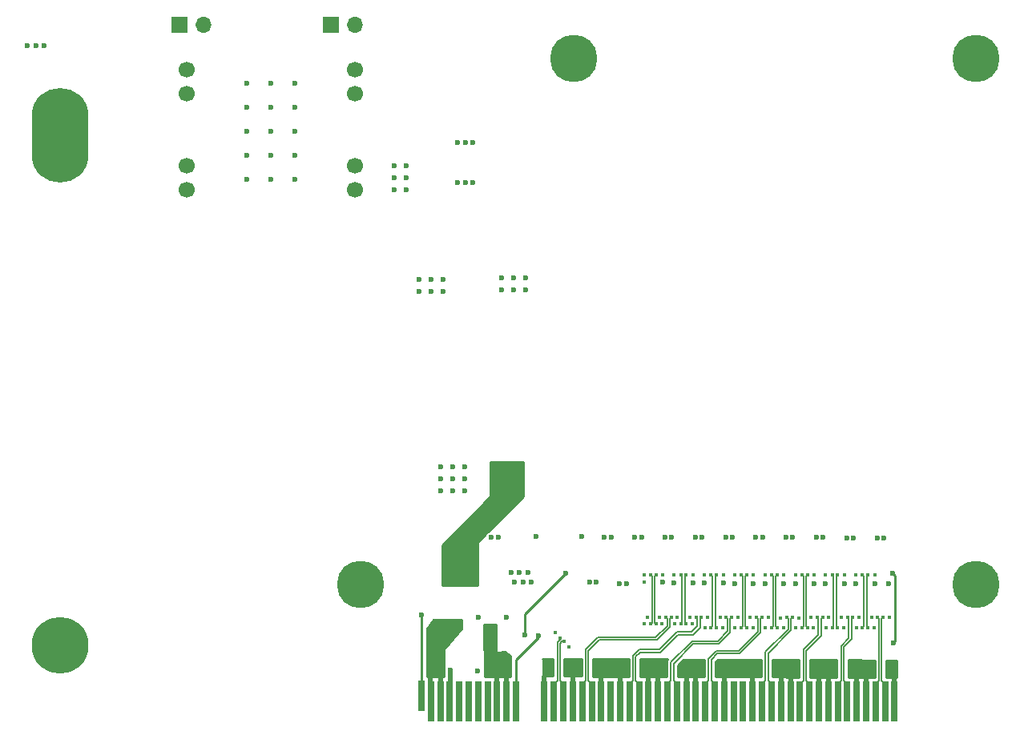
<source format=gbl>
%TF.GenerationSoftware,KiCad,Pcbnew,(5.1.9)-1*%
%TF.CreationDate,2021-07-12T14:13:14+08:00*%
%TF.ProjectId,V1,56312e6b-6963-4616-945f-706362585858,rev?*%
%TF.SameCoordinates,Original*%
%TF.FileFunction,Copper,L4,Bot*%
%TF.FilePolarity,Positive*%
%FSLAX46Y46*%
G04 Gerber Fmt 4.6, Leading zero omitted, Abs format (unit mm)*
G04 Created by KiCad (PCBNEW (5.1.9)-1) date 2021-07-12 14:13:14*
%MOMM*%
%LPD*%
G01*
G04 APERTURE LIST*
%TA.AperFunction,ConnectorPad*%
%ADD10R,0.700000X4.300000*%
%TD*%
%TA.AperFunction,ConnectorPad*%
%ADD11R,0.700000X3.200000*%
%TD*%
%TA.AperFunction,ComponentPad*%
%ADD12O,6.000000X10.000000*%
%TD*%
%TA.AperFunction,ComponentPad*%
%ADD13C,6.000000*%
%TD*%
%TA.AperFunction,ComponentPad*%
%ADD14C,5.000000*%
%TD*%
%TA.AperFunction,ComponentPad*%
%ADD15R,1.700000X1.700000*%
%TD*%
%TA.AperFunction,ComponentPad*%
%ADD16O,1.700000X1.700000*%
%TD*%
%TA.AperFunction,ComponentPad*%
%ADD17C,1.700000*%
%TD*%
%TA.AperFunction,ViaPad*%
%ADD18C,0.600000*%
%TD*%
%TA.AperFunction,ViaPad*%
%ADD19C,0.450000*%
%TD*%
%TA.AperFunction,ViaPad*%
%ADD20C,0.800000*%
%TD*%
%TA.AperFunction,Conductor*%
%ADD21C,0.500000*%
%TD*%
%TA.AperFunction,Conductor*%
%ADD22C,0.254000*%
%TD*%
%TA.AperFunction,Conductor*%
%ADD23C,0.153670*%
%TD*%
%TA.AperFunction,Conductor*%
%ADD24C,0.100000*%
%TD*%
G04 APERTURE END LIST*
D10*
X183650000Y-130550000D03*
X182650000Y-130550000D03*
X181650000Y-130550000D03*
X180650000Y-130550000D03*
X179650000Y-130550000D03*
X178650000Y-130550000D03*
X177650000Y-130550000D03*
X176650000Y-130550000D03*
X147650000Y-130550000D03*
X146650000Y-130550000D03*
X152650000Y-130550000D03*
X151650000Y-130550000D03*
X150650000Y-130550000D03*
X149650000Y-130550000D03*
X148650000Y-130550000D03*
X143650000Y-130550000D03*
X142650000Y-130550000D03*
X141650000Y-130550000D03*
X140650000Y-130550000D03*
X139650000Y-130550000D03*
X138650000Y-130550000D03*
X137650000Y-130550000D03*
X136650000Y-130550000D03*
X135650000Y-130550000D03*
X134650000Y-130550000D03*
D11*
X133650000Y-130000000D03*
D10*
X153650000Y-130550000D03*
X154650000Y-130550000D03*
X155650000Y-130550000D03*
X156650000Y-130550000D03*
X157650000Y-130550000D03*
X158650000Y-130550000D03*
X159650000Y-130550000D03*
X160650000Y-130550000D03*
X161650000Y-130550000D03*
X162650000Y-130550000D03*
X163650000Y-130550000D03*
X164650000Y-130550000D03*
X165650000Y-130550000D03*
X166650000Y-130550000D03*
X167650000Y-130550000D03*
X168650000Y-130550000D03*
X169650000Y-130550000D03*
X170650000Y-130550000D03*
X171650000Y-130550000D03*
X172650000Y-130550000D03*
X173650000Y-130550000D03*
X174650000Y-130550000D03*
X175650000Y-130550000D03*
D12*
X95500000Y-70739000D03*
D13*
X95500000Y-124650001D03*
D14*
X192250000Y-118220000D03*
X192250000Y-62620000D03*
X149750000Y-62620000D03*
X127250000Y-118220000D03*
D15*
X124130000Y-59080000D03*
D16*
X126670000Y-59080000D03*
D15*
X108130000Y-59080000D03*
D16*
X110670000Y-59080000D03*
D17*
X126598000Y-76454000D03*
X126598000Y-73914000D03*
X126598000Y-63754000D03*
X126598000Y-66294000D03*
X108818000Y-66294000D03*
X108818000Y-63754000D03*
X108818000Y-76454000D03*
X108818000Y-73914000D03*
D18*
X136984000Y-105796000D03*
X136984000Y-107026000D03*
X135714000Y-108296000D03*
X136984000Y-108296000D03*
X138254000Y-108296000D03*
X138254000Y-105796000D03*
X135714000Y-105796000D03*
X135714000Y-107026000D03*
X138254000Y-107026000D03*
X134716000Y-87274000D03*
X135986000Y-86004000D03*
X134716000Y-86004000D03*
X133446000Y-86004000D03*
X133446000Y-87274000D03*
X135986000Y-87274000D03*
X135960000Y-122560000D03*
X136400000Y-123650000D03*
X135250000Y-123650000D03*
X135630000Y-124770000D03*
X134580000Y-124770000D03*
X134600000Y-125560000D03*
X134630000Y-127300000D03*
X134610000Y-126430000D03*
X135620000Y-125930000D03*
X135630000Y-126800000D03*
X135650000Y-127670000D03*
X137150000Y-122590000D03*
D19*
X183560000Y-127520000D03*
X183560000Y-126640000D03*
D18*
X153000000Y-113250000D03*
X153700000Y-113250000D03*
X154600000Y-118150000D03*
X155300000Y-118150000D03*
X151400000Y-118000000D03*
X152100000Y-118000000D03*
X179560000Y-118110000D03*
X181540000Y-118110000D03*
X159140000Y-118010000D03*
X160360000Y-118060000D03*
X162340000Y-118060000D03*
X163560000Y-118060000D03*
X165540000Y-118060000D03*
X166760000Y-118110000D03*
X168740000Y-118110000D03*
X169960000Y-118110000D03*
X171940000Y-118110000D03*
X173160000Y-118110000D03*
X175140000Y-118110000D03*
X176360000Y-118110000D03*
X178340000Y-118110000D03*
D19*
X147800000Y-123300000D03*
X149200000Y-124800000D03*
D18*
X137500000Y-75700000D03*
X138300000Y-75700000D03*
X137500000Y-71500000D03*
X138300000Y-71500000D03*
X93800000Y-61200000D03*
X92900000Y-61200000D03*
D19*
X157500000Y-121730000D03*
X181160000Y-127520000D03*
X181160000Y-126640000D03*
X167140000Y-127550000D03*
X167140000Y-126670000D03*
X147030000Y-127600000D03*
X147030000Y-126720000D03*
X160700000Y-121730000D03*
X160400000Y-122400000D03*
X162300000Y-122400000D03*
X162000000Y-121730000D03*
X163900000Y-121730000D03*
X163600000Y-122780000D03*
X165500000Y-122780000D03*
X165200000Y-121730000D03*
X167100000Y-121730000D03*
X166800000Y-122770000D03*
X168700000Y-122770000D03*
X168400000Y-121720000D03*
X170300000Y-121720000D03*
X170000000Y-122760000D03*
X171900000Y-122760000D03*
X171600000Y-121740000D03*
X173500000Y-121740000D03*
X173200000Y-122770000D03*
X175100000Y-122770000D03*
X174800000Y-121730000D03*
X176700000Y-121730000D03*
X176400000Y-122790000D03*
X178300000Y-122790000D03*
X178000000Y-121730000D03*
X179900000Y-121730000D03*
X179600000Y-122770000D03*
X181500000Y-122770000D03*
X181200000Y-121730000D03*
X183100000Y-121730000D03*
X157160000Y-117210000D03*
X159140000Y-117210000D03*
X160360000Y-117220000D03*
X162340000Y-117220000D03*
X163560000Y-117210000D03*
X165540000Y-117210000D03*
X166760000Y-117210000D03*
X168740000Y-117210000D03*
X169960000Y-117220000D03*
X171940000Y-117220000D03*
X173160000Y-117220000D03*
X175140000Y-117220000D03*
X176360000Y-117190000D03*
X178340000Y-117190000D03*
X179560000Y-117210000D03*
X181540000Y-117210000D03*
X159100000Y-122400000D03*
X177150000Y-127490000D03*
X177150000Y-126610000D03*
X179180000Y-126630000D03*
X179190000Y-127480000D03*
X173140000Y-127510000D03*
X175170000Y-126650000D03*
X175180000Y-127500000D03*
X173140000Y-126630000D03*
X169130000Y-127550000D03*
X171160000Y-126690000D03*
X171170000Y-127540000D03*
X169130000Y-126670000D03*
X163140000Y-127560000D03*
X165170000Y-126700000D03*
X165180000Y-127550000D03*
X163140000Y-126680000D03*
X159140000Y-127570000D03*
X161170000Y-126710000D03*
X161180000Y-127560000D03*
X159140000Y-126690000D03*
X155140000Y-127570000D03*
X157170000Y-126710000D03*
X157180000Y-127560000D03*
X155140000Y-126690000D03*
X150140000Y-127600000D03*
X152170000Y-126740000D03*
X152180000Y-127590000D03*
X150140000Y-126720000D03*
D18*
X115228000Y-65240000D03*
X117768000Y-65240000D03*
X120308000Y-65240000D03*
X115228000Y-67780000D03*
X117768000Y-67780000D03*
X120308000Y-67780000D03*
X115228000Y-70320000D03*
X117768000Y-70320000D03*
X120308000Y-70320000D03*
X115228000Y-72860000D03*
X117768000Y-72860000D03*
X120308000Y-72860000D03*
X115228000Y-75400000D03*
X117768000Y-75400000D03*
X120308000Y-75400000D03*
D19*
X157160000Y-122400000D03*
X158800000Y-121730000D03*
D18*
X92000000Y-61200000D03*
X139100000Y-71500000D03*
X139100000Y-75700000D03*
X136700000Y-127300000D03*
X139600000Y-127400000D03*
X139700000Y-121700000D03*
X142600000Y-121700000D03*
X141000000Y-113200000D03*
X141800000Y-113200000D03*
X145800000Y-113100000D03*
X150600000Y-113100000D03*
X156200000Y-113200000D03*
X156900000Y-113200000D03*
X159400000Y-113200000D03*
X160100000Y-113200000D03*
X162600000Y-113200000D03*
X163300000Y-113200000D03*
X165800000Y-113200000D03*
X166500000Y-113200000D03*
X169000000Y-113200000D03*
X169700000Y-113200000D03*
X172200000Y-113200000D03*
X172900000Y-113200000D03*
X176100000Y-113200000D03*
X175400000Y-113200000D03*
X178600000Y-113300000D03*
X179300000Y-113300000D03*
X181800000Y-113300000D03*
X182500000Y-113300000D03*
X183050000Y-118150000D03*
D19*
X157160000Y-118010000D03*
D18*
X144010000Y-116930000D03*
X145250000Y-117970000D03*
X143510000Y-117940000D03*
X144380000Y-117950000D03*
X144880000Y-116950000D03*
X140920000Y-122840000D03*
X140920000Y-123750000D03*
X140930000Y-124630000D03*
X140620000Y-125540000D03*
X140630000Y-126410000D03*
X141650000Y-126780000D03*
X141670000Y-127650000D03*
X140650000Y-127280000D03*
X141640000Y-125910000D03*
X143140000Y-116920000D03*
X144570152Y-123570152D03*
X148900000Y-117000000D03*
X146000000Y-123600000D03*
D19*
X148694001Y-124264001D03*
X148285999Y-123855999D03*
X168038500Y-117210000D03*
X168038500Y-122770000D03*
X167461500Y-117210000D03*
X167461500Y-122770000D03*
X164838500Y-117210000D03*
X164838500Y-122770000D03*
X164261500Y-117210000D03*
X164261500Y-122770000D03*
X161638500Y-117220000D03*
X161638500Y-122400000D03*
X161061500Y-117220000D03*
X161061500Y-122400000D03*
X157861500Y-122400000D03*
X157861500Y-117210000D03*
X158438500Y-122400000D03*
X158438500Y-117210000D03*
X169638500Y-121719647D03*
X169061500Y-121719647D03*
X166438500Y-121732508D03*
X165861500Y-121732508D03*
X163238500Y-121732766D03*
X162661500Y-121732766D03*
X159461500Y-121733502D03*
X160038500Y-121733502D03*
D18*
X183500000Y-124400000D03*
X183400000Y-117000000D03*
X133700000Y-121400000D03*
X141414000Y-105696000D03*
X142684000Y-105696000D03*
X143954000Y-105696000D03*
X142684000Y-106926000D03*
X141414000Y-108196000D03*
X142684000Y-108196000D03*
X143954000Y-108196000D03*
X143954000Y-106926000D03*
X141414000Y-106926000D03*
D20*
X136205000Y-117750000D03*
X139205000Y-117750000D03*
X138205000Y-117750000D03*
X137205000Y-117750000D03*
D18*
X142114000Y-85826000D03*
X143384000Y-85826000D03*
X142114000Y-87096000D03*
X143384000Y-87096000D03*
X144654000Y-85826000D03*
X144654000Y-87096000D03*
X130789000Y-73914000D03*
X132059000Y-73914000D03*
X130789000Y-75184000D03*
X132059000Y-75184000D03*
X130789000Y-76454000D03*
X132059000Y-76454000D03*
D19*
X182438500Y-121733502D03*
X181861500Y-121733502D03*
X179238500Y-121731922D03*
X178661500Y-121731922D03*
X170661500Y-117220000D03*
X170661500Y-122760000D03*
X171238500Y-117220000D03*
X171238500Y-122760000D03*
X173861500Y-117220000D03*
X173861500Y-122770000D03*
X174438500Y-117220000D03*
X174438500Y-122770000D03*
X177061500Y-117190000D03*
X177061500Y-122780000D03*
X177638500Y-117190000D03*
X177638500Y-122780000D03*
X180261500Y-117210000D03*
X180261500Y-122770000D03*
X180838500Y-117210000D03*
X180838500Y-122770000D03*
X172261500Y-121733013D03*
X172838500Y-121733013D03*
X175461500Y-121730046D03*
X176038500Y-121730046D03*
D21*
X135650000Y-127670000D02*
X135650000Y-130550000D01*
X134630000Y-130530000D02*
X134650000Y-130550000D01*
X134630000Y-127300000D02*
X134630000Y-130530000D01*
X183650000Y-127625000D02*
X183650000Y-130550000D01*
X136700000Y-130500000D02*
X136650000Y-130550000D01*
X136700000Y-127300000D02*
X136700000Y-130500000D01*
X146650000Y-127980000D02*
X147030000Y-127600000D01*
X146650000Y-130550000D02*
X146650000Y-127980000D01*
X149650000Y-130550000D02*
X149650000Y-127750000D01*
X152650000Y-130550000D02*
X152650000Y-127650000D01*
X154650000Y-130550000D02*
X154650000Y-127750000D01*
X157650000Y-130550000D02*
X157650000Y-127750000D01*
X158650000Y-130550000D02*
X158650000Y-127550000D01*
X161650000Y-130550000D02*
X161650000Y-127350000D01*
X162650000Y-130550000D02*
X162650000Y-127550000D01*
X165650000Y-130550000D02*
X165650000Y-127450000D01*
X168650000Y-130550000D02*
X168650000Y-127850000D01*
X171650000Y-130550000D02*
X171650000Y-127650000D01*
X172650000Y-130550000D02*
X172650000Y-127850000D01*
X175650000Y-130550000D02*
X175650000Y-127650000D01*
X176650000Y-130550000D02*
X176650000Y-127850000D01*
X179650000Y-130550000D02*
X179650000Y-127850000D01*
X180650000Y-130550000D02*
X180650000Y-127750000D01*
X141650000Y-127670000D02*
X141670000Y-127650000D01*
X141650000Y-130550000D02*
X141650000Y-127670000D01*
X142650000Y-130550000D02*
X142650000Y-127450000D01*
X141980000Y-126780000D02*
X141650000Y-126780000D01*
X142650000Y-127450000D02*
X141980000Y-126780000D01*
D22*
X144620152Y-123520152D02*
X144570152Y-123570152D01*
X144570152Y-121329848D02*
X144570152Y-123570152D01*
X148900000Y-117000000D02*
X144570152Y-121329848D01*
X146000000Y-123812917D02*
X146000000Y-123600000D01*
X143650000Y-126162917D02*
X146000000Y-123812917D01*
X143650000Y-130550000D02*
X143650000Y-126162917D01*
D23*
X148650000Y-128750000D02*
X148650000Y-130550000D01*
X148290335Y-128390335D02*
X148650000Y-128750000D01*
X148290335Y-124458129D02*
X148290335Y-128390335D01*
X148484463Y-124264001D02*
X148290335Y-124458129D01*
X148694001Y-124264001D02*
X148484463Y-124264001D01*
X147650000Y-128750000D02*
X147650000Y-130550000D01*
X148009665Y-128390335D02*
X147650000Y-128750000D01*
X148009665Y-124341871D02*
X148009665Y-128390335D01*
X148285999Y-124065537D02*
X148009665Y-124341871D01*
X148285999Y-123855999D02*
X148285999Y-124065537D01*
X167890335Y-122621835D02*
X168038500Y-122770000D01*
X167890335Y-117358165D02*
X167890335Y-122621835D01*
X168038500Y-117210000D02*
X167890335Y-117358165D01*
X167609665Y-122621835D02*
X167461500Y-122770000D01*
X167609665Y-117358165D02*
X167609665Y-122621835D01*
X167461500Y-117210000D02*
X167609665Y-117358165D01*
X164690335Y-122621835D02*
X164838500Y-122770000D01*
X164690335Y-117358165D02*
X164690335Y-122621835D01*
X164838500Y-117210000D02*
X164690335Y-117358165D01*
X164409665Y-122621835D02*
X164261500Y-122770000D01*
X164409665Y-117358165D02*
X164409665Y-122621835D01*
X164261500Y-117210000D02*
X164409665Y-117358165D01*
X161638500Y-117220000D02*
X161490335Y-117368165D01*
X161490335Y-117368165D02*
X161490335Y-122251835D01*
X161490335Y-122251835D02*
X161638500Y-122400000D01*
X161209665Y-122251835D02*
X161061500Y-122400000D01*
X161209665Y-117368165D02*
X161209665Y-122251835D01*
X161061500Y-117220000D02*
X161209665Y-117368165D01*
X158009665Y-122251835D02*
X157861500Y-122400000D01*
X158009665Y-117358165D02*
X158009665Y-122251835D01*
X157861500Y-117210000D02*
X158009665Y-117358165D01*
X158290335Y-122251835D02*
X158438500Y-122400000D01*
X158438500Y-117210000D02*
X158290335Y-117358165D01*
X158290335Y-117358165D02*
X158290335Y-122251835D01*
X164650000Y-128750000D02*
X164650000Y-130550000D01*
X164290335Y-128390335D02*
X164650000Y-128750000D01*
X164290335Y-126188129D02*
X164290335Y-128390335D01*
X164938129Y-125540335D02*
X164290335Y-126188129D01*
X167268129Y-125540335D02*
X164938129Y-125540335D01*
X169490335Y-121867812D02*
X169490335Y-123318129D01*
X169638500Y-121719647D02*
X169490335Y-121867812D01*
X169490335Y-123318129D02*
X167268129Y-125540335D01*
X164821871Y-125259665D02*
X164009665Y-126071871D01*
X164009665Y-126071871D02*
X164009665Y-128390335D01*
X169209665Y-121867812D02*
X169209665Y-123201871D01*
X169209665Y-123201871D02*
X167151871Y-125259665D01*
X167151871Y-125259665D02*
X164821871Y-125259665D01*
X163650000Y-128750000D02*
X163650000Y-130550000D01*
X164009665Y-128390335D02*
X163650000Y-128750000D01*
X169061500Y-121719647D02*
X169209665Y-121867812D01*
X160650000Y-128750000D02*
X160650000Y-130550000D01*
X160290335Y-128390335D02*
X160650000Y-128750000D01*
X160290335Y-126568129D02*
X160290335Y-128390335D01*
X166438500Y-121732508D02*
X166290335Y-121880673D01*
X166290335Y-121880673D02*
X166290335Y-123268129D01*
X166290335Y-123268129D02*
X165068129Y-124490335D01*
X165068129Y-124490335D02*
X162368129Y-124490335D01*
X162368129Y-124490335D02*
X160290335Y-126568129D01*
X159650000Y-128750000D02*
X159650000Y-130550000D01*
X165861500Y-121732508D02*
X166009665Y-121880673D01*
X166009665Y-121880673D02*
X166009665Y-123151871D01*
X166009665Y-123151871D02*
X164951871Y-124209665D01*
X162251871Y-124209665D02*
X160009665Y-126451871D01*
X164951871Y-124209665D02*
X162251871Y-124209665D01*
X160009665Y-126451871D02*
X160009665Y-128390335D01*
X160009665Y-128390335D02*
X159650000Y-128750000D01*
X156290335Y-128390335D02*
X156650000Y-128750000D01*
X156290335Y-125868129D02*
X156290335Y-128390335D01*
X156768129Y-125390335D02*
X156290335Y-125868129D01*
X158888129Y-125390335D02*
X156768129Y-125390335D01*
X160748129Y-123530335D02*
X158888129Y-125390335D01*
X162318129Y-123530335D02*
X160748129Y-123530335D01*
X156650000Y-128750000D02*
X156650000Y-130550000D01*
X163238500Y-121732766D02*
X163090335Y-121880931D01*
X163090335Y-121880931D02*
X163090335Y-122758129D01*
X163090335Y-122758129D02*
X162318129Y-123530335D01*
X162661500Y-121732766D02*
X162809665Y-121880931D01*
X162809665Y-122641871D02*
X162201871Y-123249665D01*
X162809665Y-121880931D02*
X162809665Y-122641871D01*
X162201871Y-123249665D02*
X160631871Y-123249665D01*
X160631871Y-123249665D02*
X158771871Y-125109665D01*
X158771871Y-125109665D02*
X156651871Y-125109665D01*
X156009665Y-128390335D02*
X155650000Y-128750000D01*
X156651871Y-125109665D02*
X156009665Y-125751871D01*
X156009665Y-125751871D02*
X156009665Y-128390335D01*
X155650000Y-128750000D02*
X155650000Y-130550000D01*
X159461500Y-121733502D02*
X159609665Y-121881667D01*
X159609665Y-121881667D02*
X159609665Y-122601871D01*
X159609665Y-122601871D02*
X158411871Y-123799665D01*
X150650000Y-128750000D02*
X151009665Y-128390335D01*
X150650000Y-130550000D02*
X150650000Y-128750000D01*
X151009665Y-128390335D02*
X151009665Y-125091871D01*
X152301871Y-123799665D02*
X158411871Y-123799665D01*
X151009665Y-125091871D02*
X152301871Y-123799665D01*
X160038500Y-121733502D02*
X159890335Y-121881667D01*
X159890335Y-121881667D02*
X159890335Y-122718129D01*
X159890335Y-122718129D02*
X158528129Y-124080335D01*
X151650000Y-128750000D02*
X151290335Y-128390335D01*
X151650000Y-130550000D02*
X151650000Y-128750000D01*
X151290335Y-128390335D02*
X151290335Y-125208129D01*
X152418129Y-124080335D02*
X158528129Y-124080335D01*
X151290335Y-125208129D02*
X152418129Y-124080335D01*
D22*
X183400000Y-117000000D02*
X183699999Y-117299999D01*
X183699999Y-117299999D02*
X183699999Y-124200001D01*
X183699999Y-124200001D02*
X183500000Y-124400000D01*
X133650000Y-121450000D02*
X133700000Y-121400000D01*
X133650000Y-130000000D02*
X133650000Y-121450000D01*
D23*
X182290335Y-128390335D02*
X182650000Y-128750000D01*
X182290335Y-121881667D02*
X182290335Y-128390335D01*
X182438500Y-121733502D02*
X182290335Y-121881667D01*
X182650000Y-128750000D02*
X182650000Y-130550000D01*
X181650000Y-128750000D02*
X181650000Y-130550000D01*
X182009665Y-128390335D02*
X181650000Y-128750000D01*
X181861500Y-121733502D02*
X182009665Y-121881667D01*
X182009665Y-121881667D02*
X182009665Y-128390335D01*
X178650000Y-128750000D02*
X178650000Y-130550000D01*
X178290335Y-128390335D02*
X178650000Y-128750000D01*
X178290335Y-124818129D02*
X178290335Y-128390335D01*
X179238500Y-121731922D02*
X179090335Y-121880087D01*
X179090335Y-121880087D02*
X179090335Y-124018129D01*
X179090335Y-124018129D02*
X178290335Y-124818129D01*
X178009665Y-128390335D02*
X177650000Y-128750000D01*
X177650000Y-128750000D02*
X177650000Y-130550000D01*
X178009665Y-124701871D02*
X178009665Y-128390335D01*
X178809665Y-123901871D02*
X178009665Y-124701871D01*
X178809665Y-121880087D02*
X178809665Y-123901871D01*
X178661500Y-121731922D02*
X178809665Y-121880087D01*
X170809665Y-117368165D02*
X170809665Y-122611835D01*
X170661500Y-117220000D02*
X170809665Y-117368165D01*
X170809665Y-122611835D02*
X170661500Y-122760000D01*
X171090335Y-122611835D02*
X171238500Y-122760000D01*
X171238500Y-117220000D02*
X171090335Y-117368165D01*
X171090335Y-117368165D02*
X171090335Y-122611835D01*
X174009665Y-117368165D02*
X174009665Y-122621835D01*
X173861500Y-117220000D02*
X174009665Y-117368165D01*
X174009665Y-122621835D02*
X173861500Y-122770000D01*
X174290335Y-122621835D02*
X174438500Y-122770000D01*
X174290335Y-117368165D02*
X174290335Y-122621835D01*
X174438500Y-117220000D02*
X174290335Y-117368165D01*
X177209665Y-122631835D02*
X177061500Y-122780000D01*
X177209665Y-117338165D02*
X177209665Y-122631835D01*
X177061500Y-117190000D02*
X177209665Y-117338165D01*
X177490335Y-122631835D02*
X177638500Y-122780000D01*
X177490335Y-117338165D02*
X177490335Y-122631835D01*
X177638500Y-117190000D02*
X177490335Y-117338165D01*
X180409665Y-122621835D02*
X180261500Y-122770000D01*
X180409665Y-117358165D02*
X180409665Y-122621835D01*
X180261500Y-117210000D02*
X180409665Y-117358165D01*
X180690335Y-122621835D02*
X180838500Y-122770000D01*
X180690335Y-117358165D02*
X180690335Y-122621835D01*
X180838500Y-117210000D02*
X180690335Y-117358165D01*
X170009665Y-128390335D02*
X169650000Y-128750000D01*
X170009665Y-125371871D02*
X170009665Y-128390335D01*
X172409665Y-121881178D02*
X172409665Y-122971871D01*
X169650000Y-128750000D02*
X169650000Y-130550000D01*
X172261500Y-121733013D02*
X172409665Y-121881178D01*
X172409665Y-122971871D02*
X170009665Y-125371871D01*
X170650000Y-128750000D02*
X170650000Y-130550000D01*
X170290335Y-125488129D02*
X170290335Y-128390335D01*
X172838500Y-121733013D02*
X172690335Y-121881178D01*
X170290335Y-128390335D02*
X170650000Y-128750000D01*
X172690335Y-121881178D02*
X172690335Y-123088129D01*
X172690335Y-123088129D02*
X170290335Y-125488129D01*
X173650000Y-128750000D02*
X173650000Y-130550000D01*
X174009665Y-128390335D02*
X173650000Y-128750000D01*
X174009665Y-125121871D02*
X174009665Y-128390335D01*
X175609665Y-123521871D02*
X174009665Y-125121871D01*
X175609665Y-121878211D02*
X175609665Y-123521871D01*
X175461500Y-121730046D02*
X175609665Y-121878211D01*
X175890335Y-123638129D02*
X174290335Y-125238129D01*
X176038500Y-121730046D02*
X175890335Y-121878211D01*
X175890335Y-121878211D02*
X175890335Y-123638129D01*
X174650000Y-128750000D02*
X174650000Y-130550000D01*
X174290335Y-128390335D02*
X174650000Y-128750000D01*
X174290335Y-125238129D02*
X174290335Y-128390335D01*
D22*
X183869000Y-126232770D02*
X183869000Y-128045787D01*
X183135282Y-128042894D01*
X183074689Y-128024513D01*
X183000000Y-128017157D01*
X182748170Y-128017157D01*
X182748170Y-126228350D01*
X183869000Y-126232770D01*
%TA.AperFunction,Conductor*%
D24*
G36*
X183869000Y-126232770D02*
G01*
X183869000Y-128045787D01*
X183135282Y-128042894D01*
X183074689Y-128024513D01*
X183000000Y-128017157D01*
X182748170Y-128017157D01*
X182748170Y-126228350D01*
X183869000Y-126232770D01*
G37*
%TD.AperFunction*%
D22*
X181551831Y-126223632D02*
X181551831Y-128017157D01*
X181300000Y-128017157D01*
X181225311Y-128024513D01*
X181190008Y-128035222D01*
X179082594Y-128026911D01*
X179074689Y-128024513D01*
X179000000Y-128017157D01*
X178748170Y-128017157D01*
X178748170Y-126212575D01*
X181551831Y-126223632D01*
%TA.AperFunction,Conductor*%
D24*
G36*
X181551831Y-126223632D02*
G01*
X181551831Y-128017157D01*
X181300000Y-128017157D01*
X181225311Y-128024513D01*
X181190008Y-128035222D01*
X179082594Y-128026911D01*
X179074689Y-128024513D01*
X179000000Y-128017157D01*
X178748170Y-128017157D01*
X178748170Y-126212575D01*
X181551831Y-126223632D01*
G37*
%TD.AperFunction*%
D22*
X177551830Y-126207857D02*
X177551831Y-128017157D01*
X177300000Y-128017157D01*
X177273410Y-128019776D01*
X174748170Y-128009817D01*
X174748170Y-126196799D01*
X177551830Y-126207857D01*
%TA.AperFunction,Conductor*%
D24*
G36*
X177551830Y-126207857D02*
G01*
X177551831Y-128017157D01*
X177300000Y-128017157D01*
X177273410Y-128019776D01*
X174748170Y-128009817D01*
X174748170Y-126196799D01*
X177551830Y-126207857D01*
G37*
%TD.AperFunction*%
D22*
X173551830Y-126192081D02*
X173551831Y-128005099D01*
X170748170Y-127994042D01*
X170748170Y-126181024D01*
X173551830Y-126192081D01*
%TA.AperFunction,Conductor*%
D24*
G36*
X173551830Y-126192081D02*
G01*
X173551831Y-128005099D01*
X170748170Y-127994042D01*
X170748170Y-126181024D01*
X173551830Y-126192081D01*
G37*
%TD.AperFunction*%
D22*
X169551830Y-126176306D02*
X169551831Y-127989323D01*
X164748170Y-127970379D01*
X164748170Y-126377770D01*
X164967713Y-126158227D01*
X169551830Y-126176306D01*
%TA.AperFunction,Conductor*%
D24*
G36*
X169551830Y-126176306D02*
G01*
X169551831Y-127989323D01*
X164748170Y-127970379D01*
X164748170Y-126377770D01*
X164967713Y-126158227D01*
X169551830Y-126176306D01*
G37*
%TD.AperFunction*%
D22*
X163551830Y-126152643D02*
X163551831Y-127965661D01*
X160748170Y-127954604D01*
X160748170Y-126757770D01*
X161361933Y-126144007D01*
X163551830Y-126152643D01*
%TA.AperFunction,Conductor*%
D24*
G36*
X163551830Y-126152643D02*
G01*
X163551831Y-127965661D01*
X160748170Y-127954604D01*
X160748170Y-126757770D01*
X161361933Y-126144007D01*
X163551830Y-126152643D01*
G37*
%TD.AperFunction*%
D22*
X159675507Y-126137356D02*
X159670027Y-126144033D01*
X159670025Y-126144035D01*
X159651343Y-126166799D01*
X159627147Y-126196282D01*
X159598089Y-126250646D01*
X159584634Y-126275818D01*
X159562382Y-126349176D01*
X159558455Y-126362121D01*
X159551830Y-126429383D01*
X159551830Y-126429390D01*
X159549616Y-126451871D01*
X159551830Y-126474352D01*
X159551831Y-127949886D01*
X156748170Y-127938828D01*
X156748170Y-126125811D01*
X159675507Y-126137356D01*
%TA.AperFunction,Conductor*%
D24*
G36*
X159675507Y-126137356D02*
G01*
X159670027Y-126144033D01*
X159670025Y-126144035D01*
X159651343Y-126166799D01*
X159627147Y-126196282D01*
X159598089Y-126250646D01*
X159584634Y-126275818D01*
X159562382Y-126349176D01*
X159558455Y-126362121D01*
X159551830Y-126429383D01*
X159551830Y-126429390D01*
X159549616Y-126451871D01*
X159551830Y-126474352D01*
X159551831Y-127949886D01*
X156748170Y-127938828D01*
X156748170Y-126125811D01*
X159675507Y-126137356D01*
G37*
%TD.AperFunction*%
D22*
X155551830Y-126121093D02*
X155551831Y-127934110D01*
X151748170Y-127919109D01*
X151748170Y-126106092D01*
X155551830Y-126121093D01*
%TA.AperFunction,Conductor*%
D24*
G36*
X155551830Y-126121093D02*
G01*
X155551831Y-127934110D01*
X151748170Y-127919109D01*
X151748170Y-126106092D01*
X155551830Y-126121093D01*
G37*
%TD.AperFunction*%
D22*
X150551831Y-126101374D02*
X150551830Y-127914391D01*
X148748170Y-127907278D01*
X148748170Y-126094261D01*
X150551831Y-126101374D01*
%TA.AperFunction,Conductor*%
D24*
G36*
X150551831Y-126101374D02*
G01*
X150551830Y-127914391D01*
X148748170Y-127907278D01*
X148748170Y-126094261D01*
X150551831Y-126101374D01*
G37*
%TD.AperFunction*%
D22*
X147551830Y-126089543D02*
X147551831Y-127902560D01*
X146531000Y-127898534D01*
X146531000Y-126528832D01*
X146528850Y-126507003D01*
X146528850Y-126494678D01*
X146528221Y-126488693D01*
X146507554Y-126304441D01*
X146499429Y-126266216D01*
X146491845Y-126227914D01*
X146490066Y-126222165D01*
X146490066Y-126222163D01*
X146490064Y-126222157D01*
X146446614Y-126085184D01*
X147551830Y-126089543D01*
%TA.AperFunction,Conductor*%
D24*
G36*
X147551830Y-126089543D02*
G01*
X147551831Y-127902560D01*
X146531000Y-127898534D01*
X146531000Y-126528832D01*
X146528850Y-126507003D01*
X146528850Y-126494678D01*
X146528221Y-126488693D01*
X146507554Y-126304441D01*
X146499429Y-126266216D01*
X146491845Y-126227914D01*
X146490066Y-126222165D01*
X146490066Y-126222163D01*
X146490064Y-126222157D01*
X146446614Y-126085184D01*
X147551830Y-126089543D01*
G37*
%TD.AperFunction*%
D22*
X137873000Y-122893538D02*
X136052983Y-125048045D01*
X136038858Y-125068547D01*
X136029005Y-125091410D01*
X136023801Y-125115757D01*
X136023000Y-125130000D01*
X136023000Y-127212818D01*
X136019000Y-127232927D01*
X136019000Y-127367073D01*
X136023000Y-127387182D01*
X136023000Y-127973000D01*
X134277000Y-127973000D01*
X134277000Y-122878299D01*
X134908294Y-121926784D01*
X137873000Y-121917402D01*
X137873000Y-122893538D01*
%TA.AperFunction,Conductor*%
D24*
G36*
X137873000Y-122893538D02*
G01*
X136052983Y-125048045D01*
X136038858Y-125068547D01*
X136029005Y-125091410D01*
X136023801Y-125115757D01*
X136023000Y-125130000D01*
X136023000Y-127212818D01*
X136019000Y-127232927D01*
X136019000Y-127367073D01*
X136023000Y-127387182D01*
X136023000Y-127973000D01*
X134277000Y-127973000D01*
X134277000Y-122878299D01*
X134908294Y-121926784D01*
X137873000Y-121917402D01*
X137873000Y-122893538D01*
G37*
%TD.AperFunction*%
D22*
X141533000Y-125280000D02*
X141535440Y-125304776D01*
X141542667Y-125328601D01*
X141554403Y-125350557D01*
X141570197Y-125369803D01*
X141589443Y-125385597D01*
X141611399Y-125397333D01*
X141635224Y-125404560D01*
X141664964Y-125406903D01*
X142458210Y-125375872D01*
X143022467Y-125724272D01*
X143068126Y-127973000D01*
X140328133Y-127973000D01*
X140278148Y-122417000D01*
X141533000Y-122417000D01*
X141533000Y-125280000D01*
%TA.AperFunction,Conductor*%
D24*
G36*
X141533000Y-125280000D02*
G01*
X141535440Y-125304776D01*
X141542667Y-125328601D01*
X141554403Y-125350557D01*
X141570197Y-125369803D01*
X141589443Y-125385597D01*
X141611399Y-125397333D01*
X141635224Y-125404560D01*
X141664964Y-125406903D01*
X142458210Y-125375872D01*
X143022467Y-125724272D01*
X143068126Y-127973000D01*
X140328133Y-127973000D01*
X140278148Y-122417000D01*
X141533000Y-122417000D01*
X141533000Y-125280000D01*
G37*
%TD.AperFunction*%
D22*
X144373000Y-108947394D02*
X140756741Y-112563653D01*
X140677426Y-112596506D01*
X140565888Y-112671033D01*
X140471033Y-112765888D01*
X140396506Y-112877426D01*
X140363653Y-112956741D01*
X139610197Y-113710197D01*
X139594403Y-113729443D01*
X139582667Y-113751399D01*
X139575440Y-113775224D01*
X139573000Y-113800000D01*
X139573000Y-118273000D01*
X135827000Y-118273000D01*
X135827000Y-114052606D01*
X140889803Y-108989803D01*
X140905597Y-108970557D01*
X140917333Y-108948601D01*
X140924560Y-108924776D01*
X140927000Y-108900000D01*
X140927000Y-105227000D01*
X144373000Y-105227000D01*
X144373000Y-108947394D01*
%TA.AperFunction,Conductor*%
D24*
G36*
X144373000Y-108947394D02*
G01*
X140756741Y-112563653D01*
X140677426Y-112596506D01*
X140565888Y-112671033D01*
X140471033Y-112765888D01*
X140396506Y-112877426D01*
X140363653Y-112956741D01*
X139610197Y-113710197D01*
X139594403Y-113729443D01*
X139582667Y-113751399D01*
X139575440Y-113775224D01*
X139573000Y-113800000D01*
X139573000Y-118273000D01*
X135827000Y-118273000D01*
X135827000Y-114052606D01*
X140889803Y-108989803D01*
X140905597Y-108970557D01*
X140917333Y-108948601D01*
X140924560Y-108924776D01*
X140927000Y-108900000D01*
X140927000Y-105227000D01*
X144373000Y-105227000D01*
X144373000Y-108947394D01*
G37*
%TD.AperFunction*%
M02*

</source>
